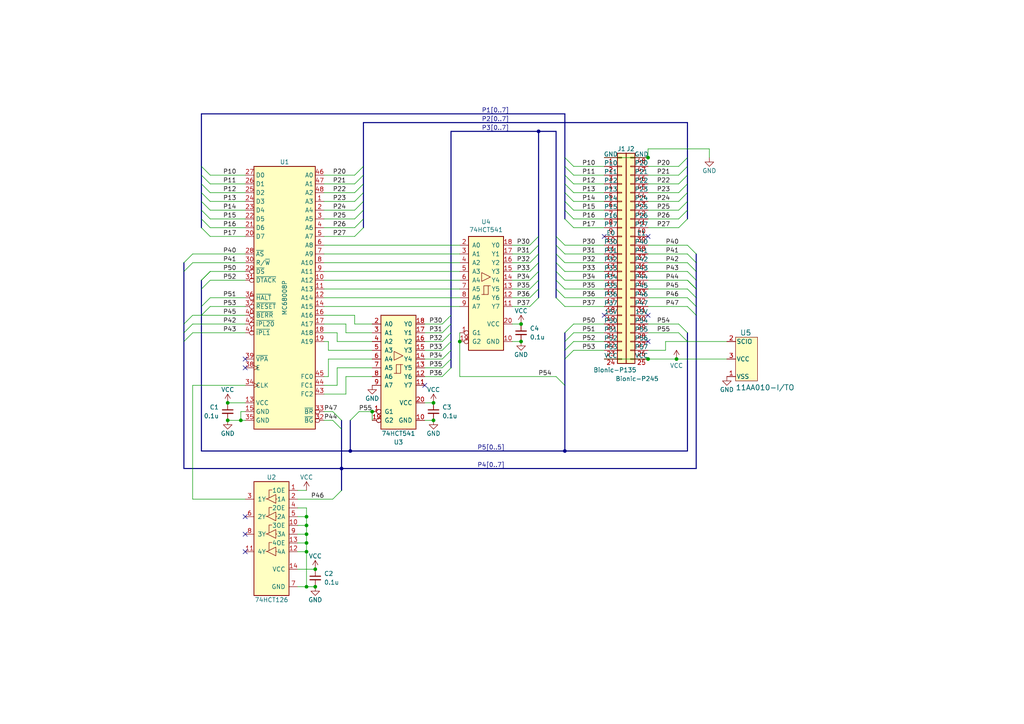
<source format=kicad_sch>
(kicad_sch (version 20230121) (generator eeschema)
  (paper "A4")
  (title_block (title "BionicMC68008") (date "2022-01-17") (rev "1") (company "Tadashi G. Takaoka"))
  (lib_symbols
    (symbol "0-LocalLibrary:11AA010-I_TO" (pin_names (offset 0.254))
      (property "Reference" "U" (at 2.54 1.27 0))
      (property "Value" "11AA010-I/TO" (at 3.81 -13.97 0))
      (symbol "11AA010-I_TO_1_1"
        (rectangle (start 0 0) (end 6.35 -12.7) (fill (type background)))
        (pin power_in line (at -2.54 -11.43 0) (length 2.54) (name "VSS") (number "1"))
        (pin bidirectional line (at -2.54 -1.27 0) (length 2.54) (name "SCIO") (number "2"))
        (pin power_in line (at -2.54 -6.35 0) (length 2.54) (name "VCC") (number "3"))
      )
    )
    (symbol "0-LocalLibrary:74HCT126" (pin_names (offset 1.016))
      (property "Reference" "U" (at 0 16.51 0))
      (property "Value" "74HCT126" (at 0 -19.05 0))
      (symbol "74HCT126_0_1"
        (polyline (pts (xy -1.2954 10.2108) (xy -1.6002 10.2108)))
        (polyline (pts (xy 1.2954 10.2362) (xy 1.651 10.2362)))
        (polyline (pts (xy 0.7112 10.5664) (xy 0.7112 12.827) (xy -0.127 12.827) (xy -0.1016 12.827)))
      )
      (symbol "74HCT126_1_0"
        (polyline (pts (xy 1.27 10.2362) (xy -1.27 11.5062) (xy -1.27 8.9662) (xy 1.27 10.2362)) (stroke (width 0.1524)))
        (pin input line (at -7.62 12.7 0) (length 2.54) (name "1OE") (number "1"))
        (pin input line (at -7.62 2.54 0) (length 2.54) (name "3OE") (number "10"))
        (pin tri_state line (at 7.62 -5.08 180) (length 2.54) (name "4Y") (number "11"))
        (pin input line (at -7.62 -5.08 0) (length 2.54) (name "4A") (number "12"))
        (pin input line (at -7.62 -2.54 0) (length 2.54) (name "4OE") (number "13"))
        (pin power_in line (at -7.62 -10.16 0) (length 2.54) (name "VCC") (number "14"))
        (pin input line (at -7.62 10.16 0) (length 2.54) (name "1A") (number "2"))
        (pin tri_state line (at 7.62 10.16 180) (length 2.54) (name "1Y") (number "3"))
        (pin input line (at -7.62 7.62 0) (length 2.54) (name "2OE") (number "4"))
        (pin input line (at -7.62 5.08 0) (length 2.54) (name "2A") (number "5"))
        (pin tri_state line (at 7.62 5.08 180) (length 2.54) (name "2Y") (number "6"))
        (pin power_in line (at -7.62 -15.24 0) (length 2.54) (name "GND") (number "7"))
        (pin tri_state line (at 7.62 0 180) (length 2.54) (name "3Y") (number "8"))
        (pin input line (at -7.62 0 0) (length 2.54) (name "3A") (number "9"))
      )
      (symbol "74HCT126_1_1"
        (rectangle (start -5.08 15.24) (end 5.08 -17.78) (stroke (width 0.254)) (fill (type background)))
        (polyline (pts (xy -1.2954 -5.0292) (xy -1.6002 -5.0292)))
        (polyline (pts (xy -1.2954 0.0508) (xy -1.6002 0.0508)))
        (polyline (pts (xy -1.2954 5.1308) (xy -1.6002 5.1308)))
        (polyline (pts (xy 1.2954 -5.0038) (xy 1.651 -5.0038)))
        (polyline (pts (xy 1.2954 0.0762) (xy 1.651 0.0762)))
        (polyline (pts (xy 1.2954 5.1562) (xy 1.651 5.1562)))
        (polyline (pts (xy 0.7112 -4.6736) (xy 0.7112 -2.413) (xy -0.127 -2.413) (xy -0.1016 -2.413)))
        (polyline (pts (xy 0.7112 0.4064) (xy 0.7112 2.667) (xy -0.127 2.667) (xy -0.1016 2.667)))
        (polyline (pts (xy 0.7112 5.4864) (xy 0.7112 7.747) (xy -0.127 7.747) (xy -0.1016 7.747)))
        (polyline (pts (xy 1.27 -5.0038) (xy -1.27 -3.7338) (xy -1.27 -6.2738) (xy 1.27 -5.0038)) (stroke (width 0.1524)))
        (polyline (pts (xy 1.27 0.0762) (xy -1.27 1.3462) (xy -1.27 -1.1938) (xy 1.27 0.0762)) (stroke (width 0.1524)))
        (polyline (pts (xy 1.27 5.1562) (xy -1.27 6.4262) (xy -1.27 3.8862) (xy 1.27 5.1562)) (stroke (width 0.1524)))
      )
    )
    (symbol "0-LocalLibrary:74HCT541" (pin_names (offset 1.016))
      (property "Reference" "U" (at -7.62 16.51 0))
      (property "Value" "74HCT541" (at -7.62 -20.32 0))
      (symbol "74HCT541_1_0"
        (polyline (pts (xy -0.635 -1.6002) (xy -0.635 0.9398) (xy 0.635 0.9398)))
        (polyline (pts (xy -1.27 -1.6002) (xy 0.635 -1.6002) (xy 0.635 0.9398) (xy 1.27 0.9398)))
        (polyline (pts (xy 1.27 3.4798) (xy -1.27 4.7498) (xy -1.27 2.2098) (xy 1.27 3.4798)) (stroke (width 0.1524)))
        (pin input inverted (at -7.62 -12.7 0) (length 2.54) (name "G1") (number "1"))
        (pin power_in line (at 7.62 -15.24 180) (length 2.54) (name "GND") (number "10"))
        (pin tri_state line (at 7.62 -5.08 180) (length 2.54) (name "Y7") (number "11"))
        (pin tri_state line (at 7.62 -2.54 180) (length 2.54) (name "Y6") (number "12"))
        (pin tri_state line (at 7.62 0 180) (length 2.54) (name "Y5") (number "13"))
        (pin tri_state line (at 7.62 2.54 180) (length 2.54) (name "Y4") (number "14"))
        (pin tri_state line (at 7.62 5.08 180) (length 2.54) (name "Y3") (number "15"))
        (pin tri_state line (at 7.62 7.62 180) (length 2.54) (name "Y2") (number "16"))
        (pin tri_state line (at 7.62 10.16 180) (length 2.54) (name "Y1") (number "17"))
        (pin tri_state line (at 7.62 12.7 180) (length 2.54) (name "Y0") (number "18"))
        (pin input inverted (at -7.62 -15.24 0) (length 2.54) (name "G2") (number "19"))
        (pin input line (at -7.62 12.7 0) (length 2.54) (name "A0") (number "2"))
        (pin power_in line (at 7.62 -10.16 180) (length 2.54) (name "VCC") (number "20"))
        (pin input line (at -7.62 10.16 0) (length 2.54) (name "A1") (number "3"))
        (pin input line (at -7.62 7.62 0) (length 2.54) (name "A2") (number "4"))
        (pin input line (at -7.62 5.08 0) (length 2.54) (name "A3") (number "5"))
        (pin input line (at -7.62 2.54 0) (length 2.54) (name "A4") (number "6"))
        (pin input line (at -7.62 0 0) (length 2.54) (name "A5") (number "7"))
        (pin input line (at -7.62 -2.54 0) (length 2.54) (name "A6") (number "8"))
        (pin input line (at -7.62 -5.08 0) (length 2.54) (name "A7") (number "9"))
      )
      (symbol "74HCT541_1_1"
        (rectangle (start -5.08 15.24) (end 5.08 -17.78) (stroke (width 0.254)) (fill (type background)))
      )
    )
    (symbol "0-LocalLibrary:Bionic-P135" (pin_names (offset 0))
      (property "Reference" "J" (at 0 30.48 0))
      (property "Value" "Bionic-P135" (at -1.27 -33.02 0))
      (symbol "Bionic-P135_1_1"
        (rectangle (start -1.27 -30.353) (end 0 -30.607) (stroke (width 0.1524)))
        (rectangle (start -1.27 -27.813) (end 0 -28.067) (stroke (width 0.1524)))
        (rectangle (start -1.27 -25.273) (end 0 -25.527) (stroke (width 0.1524)))
        (rectangle (start -1.27 -22.733) (end 0 -22.987) (stroke (width 0.1524)))
        (rectangle (start -1.27 -20.193) (end 0 -20.447) (stroke (width 0.1524)))
        (rectangle (start -1.27 -17.653) (end 0 -17.907) (stroke (width 0.1524)))
        (rectangle (start -1.27 -15.113) (end 0 -15.367) (stroke (width 0.1524)))
        (rectangle (start -1.27 -12.573) (end 0 -12.827) (stroke (width 0.1524)))
        (rectangle (start -1.27 -10.033) (end 0 -10.287) (stroke (width 0.1524)))
        (rectangle (start -1.27 -7.493) (end 0 -7.747) (stroke (width 0.1524)))
        (rectangle (start -1.27 -4.953) (end 0 -5.207) (stroke (width 0.1524)))
        (rectangle (start -1.27 -2.413) (end 0 -2.667) (stroke (width 0.1524)))
        (rectangle (start -1.27 0.127) (end 0 -0.127) (stroke (width 0.1524)))
        (rectangle (start -1.27 2.667) (end 0 2.413) (stroke (width 0.1524)))
        (rectangle (start -1.27 5.207) (end 0 4.953) (stroke (width 0.1524)))
        (rectangle (start -1.27 7.747) (end 0 7.493) (stroke (width 0.1524)))
        (rectangle (start -1.27 10.287) (end 0 10.033) (stroke (width 0.1524)))
        (rectangle (start -1.27 12.827) (end 0 12.573) (stroke (width 0.1524)))
        (rectangle (start -1.27 15.367) (end 0 15.113) (stroke (width 0.1524)))
        (rectangle (start -1.27 17.907) (end 0 17.653) (stroke (width 0.1524)))
        (rectangle (start -1.27 20.447) (end 0 20.193) (stroke (width 0.1524)))
        (rectangle (start -1.27 22.987) (end 0 22.733) (stroke (width 0.1524)))
        (rectangle (start -1.27 25.527) (end 0 25.273) (stroke (width 0.1524)))
        (rectangle (start -1.27 28.067) (end 0 27.813) (stroke (width 0.1524)))
        (rectangle (start -1.27 29.21) (end 1.27 -31.75) (stroke (width 0.254)) (fill (type background)))
        (pin power_out line (at -5.08 27.94 0) (length 3.81) (name "GND") (number "1"))
        (pin bidirectional line (at -5.08 5.08 0) (length 3.81) (name "E0") (number "10"))
        (pin bidirectional line (at -5.08 2.54 0) (length 3.81) (name "P30") (number "11"))
        (pin bidirectional line (at -5.08 0 0) (length 3.81) (name "P31") (number "12"))
        (pin bidirectional line (at -5.08 -2.54 0) (length 3.81) (name "P32") (number "13"))
        (pin bidirectional line (at -5.08 -5.08 0) (length 3.81) (name "P33") (number "14"))
        (pin bidirectional line (at -5.08 -7.62 0) (length 3.81) (name "P34") (number "15"))
        (pin bidirectional line (at -5.08 -10.16 0) (length 3.81) (name "P35") (number "16"))
        (pin bidirectional line (at -5.08 -12.7 0) (length 3.81) (name "P36") (number "17"))
        (pin bidirectional line (at -5.08 -15.24 0) (length 3.81) (name "P37") (number "18"))
        (pin power_out line (at -5.08 -17.78 0) (length 3.81) (name "15V") (number "19"))
        (pin bidirectional line (at -5.08 25.4 0) (length 3.81) (name "P10") (number "2"))
        (pin bidirectional line (at -5.08 -20.32 0) (length 3.81) (name "P50") (number "20"))
        (pin bidirectional line (at -5.08 -22.86 0) (length 3.81) (name "P51") (number "21"))
        (pin bidirectional line (at -5.08 -25.4 0) (length 3.81) (name "P52") (number "22"))
        (pin bidirectional line (at -5.08 -27.94 0) (length 3.81) (name "P53") (number "23"))
        (pin power_out line (at -5.08 -30.48 0) (length 3.81) (name "VCC") (number "24"))
        (pin bidirectional line (at -5.08 22.86 0) (length 3.81) (name "P11") (number "3"))
        (pin bidirectional line (at -5.08 20.32 0) (length 3.81) (name "P12") (number "4"))
        (pin bidirectional line (at -5.08 17.78 0) (length 3.81) (name "P13") (number "5"))
        (pin bidirectional line (at -5.08 15.24 0) (length 3.81) (name "P14") (number "6"))
        (pin bidirectional line (at -5.08 12.7 0) (length 3.81) (name "P15") (number "7"))
        (pin bidirectional line (at -5.08 10.16 0) (length 3.81) (name "P16") (number "8"))
        (pin bidirectional line (at -5.08 7.62 0) (length 3.81) (name "P17") (number "9"))
      )
    )
    (symbol "0-LocalLibrary:Bionic-P245" (pin_names (offset 0))
      (property "Reference" "J" (at -3.81 30.48 0))
      (property "Value" "Bionic-P245" (at -1.27 -33.02 0))
      (symbol "Bionic-P245_1_1"
        (rectangle (start -5.08 -31.75) (end -2.54 29.21) (stroke (width 0.254)) (fill (type background)))
        (rectangle (start -3.81 -30.607) (end -2.54 -30.353) (stroke (width 0.1524)))
        (rectangle (start -3.81 -28.067) (end -2.54 -27.813) (stroke (width 0.1524)))
        (rectangle (start -3.81 -25.527) (end -2.54 -25.273) (stroke (width 0.1524)))
        (rectangle (start -3.81 -22.987) (end -2.54 -22.733) (stroke (width 0.1524)))
        (rectangle (start -3.81 -20.447) (end -2.54 -20.193) (stroke (width 0.1524)))
        (rectangle (start -3.81 -17.907) (end -2.54 -17.653) (stroke (width 0.1524)))
        (rectangle (start -3.81 -15.367) (end -2.54 -15.113) (stroke (width 0.1524)))
        (rectangle (start -3.81 -12.827) (end -2.54 -12.573) (stroke (width 0.1524)))
        (rectangle (start -3.81 -10.287) (end -2.54 -10.033) (stroke (width 0.1524)))
        (rectangle (start -3.81 -7.747) (end -2.54 -7.493) (stroke (width 0.1524)))
        (rectangle (start -3.81 -5.207) (end -2.54 -4.953) (stroke (width 0.1524)))
        (rectangle (start -3.81 -2.667) (end -2.54 -2.413) (stroke (width 0.1524)))
        (rectangle (start -3.81 -0.127) (end -2.54 0.127) (stroke (width 0.1524)))
        (rectangle (start -3.81 2.413) (end -2.54 2.667) (stroke (width 0.1524)))
        (rectangle (start -3.81 4.953) (end -2.54 5.207) (stroke (width 0.1524)))
        (rectangle (start -3.81 7.493) (end -2.54 7.747) (stroke (width 0.1524)))
        (rectangle (start -3.81 10.033) (end -2.54 10.287) (stroke (width 0.1524)))
        (rectangle (start -3.81 12.573) (end -2.54 12.827) (stroke (width 0.1524)))
        (rectangle (start -3.81 15.113) (end -2.54 15.367) (stroke (width 0.1524)))
        (rectangle (start -3.81 17.653) (end -2.54 17.907) (stroke (width 0.1524)))
        (rectangle (start -3.81 20.193) (end -2.54 20.447) (stroke (width 0.1524)))
        (rectangle (start -3.81 22.733) (end -2.54 22.987) (stroke (width 0.1524)))
        (rectangle (start -3.81 25.273) (end -2.54 25.527) (stroke (width 0.1524)))
        (rectangle (start -3.81 27.813) (end -2.54 28.067) (stroke (width 0.1524)))
        (pin power_in line (at 1.27 -30.48 180) (length 3.81) (name "VCC") (number "25"))
        (pin bidirectional line (at 1.27 -27.94 180) (length 3.81) (name "P57") (number "26"))
        (pin bidirectional line (at 1.27 -25.4 180) (length 3.81) (name "P56") (number "27"))
        (pin bidirectional line (at 1.27 -22.86 180) (length 3.81) (name "P55") (number "28"))
        (pin bidirectional line (at 1.27 -20.32 180) (length 3.81) (name "P54") (number "29"))
        (pin power_in line (at 1.27 -17.78 180) (length 3.81) (name "15V") (number "30"))
        (pin bidirectional line (at 1.27 -15.24 180) (length 3.81) (name "P47") (number "31"))
        (pin bidirectional line (at 1.27 -12.7 180) (length 3.81) (name "P46") (number "32"))
        (pin bidirectional line (at 1.27 -10.16 180) (length 3.81) (name "P45") (number "33"))
        (pin bidirectional line (at 1.27 -7.62 180) (length 3.81) (name "P44") (number "34"))
        (pin bidirectional line (at 1.27 -5.08 180) (length 3.81) (name "P43") (number "35"))
        (pin bidirectional line (at 1.27 -2.54 180) (length 3.81) (name "P42") (number "36"))
        (pin bidirectional line (at 1.27 0 180) (length 3.81) (name "P41") (number "37"))
        (pin bidirectional line (at 1.27 2.54 180) (length 3.81) (name "P40") (number "38"))
        (pin bidirectional line (at 1.27 5.08 180) (length 3.81) (name "E1") (number "39"))
        (pin bidirectional line (at 1.27 7.62 180) (length 3.81) (name "P27") (number "40"))
        (pin bidirectional line (at 1.27 10.16 180) (length 3.81) (name "P26") (number "41"))
        (pin bidirectional line (at 1.27 12.7 180) (length 3.81) (name "P25") (number "42"))
        (pin bidirectional line (at 1.27 15.24 180) (length 3.81) (name "P24") (number "43"))
        (pin bidirectional line (at 1.27 17.78 180) (length 3.81) (name "P23") (number "44"))
        (pin bidirectional line (at 1.27 20.32 180) (length 3.81) (name "P22") (number "45"))
        (pin bidirectional line (at 1.27 22.86 180) (length 3.81) (name "P21") (number "46"))
        (pin bidirectional line (at 1.27 25.4 180) (length 3.81) (name "P20") (number "47"))
        (pin power_in line (at 1.27 27.94 180) (length 3.81) (name "GND") (number "48"))
      )
    )
    (symbol "0-LocalLibrary:MC68008P"
      (property "Reference" "U" (at -1.27 39.37 0))
      (property "Value" "MC68008P" (at 0 -2.54 90))
      (symbol "MC68008P_0_0"
        (pin output line (at 11.43 -5.08 180) (length 2.54) (name "A16") (number "16"))
        (pin output line (at 11.43 -7.62 180) (length 2.54) (name "A17") (number "17"))
        (pin output line (at 11.43 -10.16 180) (length 2.54) (name "A18") (number "18"))
        (pin output line (at 11.43 -12.7 180) (length 2.54) (name "A19") (number "19"))
        (pin input inverted (at -11.43 5.08 0) (length 2.54) (name "~{DTACK}") (number "31"))
        (pin input inverted (at -11.43 -5.08 0) (length 2.54) (name "~{BERR}") (number "40"))
        (pin output line (at 11.43 -27.94 180) (length 2.54) (name "FC2") (number "43"))
        (pin output line (at 11.43 -25.4 180) (length 2.54) (name "FC1") (number "44"))
      )
      (symbol "MC68008P_0_1"
        (rectangle (start -8.89 -38.1) (end 8.89 38.1) (stroke (width 0.254)) (fill (type background)))
      )
      (symbol "MC68008P_1_1"
        (pin output line (at 11.43 27.94 180) (length 2.54) (name "A3") (number "1"))
        (pin output line (at 11.43 5.08 180) (length 2.54) (name "A12") (number "10"))
        (pin output line (at 11.43 2.54 180) (length 2.54) (name "A13") (number "11"))
        (pin output line (at 11.43 0 180) (length 2.54) (name "A14") (number "12"))
        (pin power_in line (at -11.43 -30.48 0) (length 2.54) (name "VCC") (number "13"))
        (pin output line (at 11.43 -2.54 180) (length 2.54) (name "A15") (number "14"))
        (pin power_in line (at -11.43 -33.02 0) (length 2.54) (name "GND") (number "15"))
        (pin output line (at 11.43 25.4 180) (length 2.54) (name "A4") (number "2"))
        (pin bidirectional line (at -11.43 17.78 0) (length 2.54) (name "D7") (number "20"))
        (pin bidirectional line (at -11.43 20.32 0) (length 2.54) (name "D6") (number "21"))
        (pin bidirectional line (at -11.43 22.86 0) (length 2.54) (name "D5") (number "22"))
        (pin bidirectional line (at -11.43 25.4 0) (length 2.54) (name "D4") (number "23"))
        (pin bidirectional line (at -11.43 27.94 0) (length 2.54) (name "D3") (number "24"))
        (pin bidirectional line (at -11.43 30.48 0) (length 2.54) (name "D2") (number "25"))
        (pin bidirectional line (at -11.43 33.02 0) (length 2.54) (name "D1") (number "26"))
        (pin bidirectional line (at -11.43 35.56 0) (length 2.54) (name "D0") (number "27"))
        (pin output line (at -11.43 12.7 0) (length 2.54) (name "~{AS}") (number "28"))
        (pin output inverted (at -11.43 7.62 0) (length 2.54) (name "~{DS}") (number "29"))
        (pin output line (at 11.43 22.86 180) (length 2.54) (name "A5") (number "3"))
        (pin output line (at -11.43 10.16 0) (length 2.54) (name "R/~{W}") (number "30"))
        (pin output inverted (at 11.43 -35.56 180) (length 2.54) (name "~{BG}") (number "32"))
        (pin input inverted (at 11.43 -33.02 180) (length 2.54) (name "~{BR}") (number "33"))
        (pin input clock (at -11.43 -25.4 0) (length 2.54) (name "CLK") (number "34"))
        (pin power_in line (at -11.43 -35.56 0) (length 2.54) (name "GND") (number "35"))
        (pin bidirectional inverted (at -11.43 0 0) (length 2.54) (name "~{HALT}") (number "36"))
        (pin bidirectional inverted (at -11.43 -2.54 0) (length 2.54) (name "~{RESET}") (number "37"))
        (pin output clock (at -11.43 -20.32 0) (length 2.54) (name "E") (number "38"))
        (pin output line (at -11.43 -17.78 0) (length 2.54) (name "~{VPA}") (number "39"))
        (pin output line (at 11.43 20.32 180) (length 2.54) (name "A6") (number "4"))
        (pin input inverted (at -11.43 -10.16 0) (length 2.54) (name "~{IPL1}") (number "41"))
        (pin input inverted (at -11.43 -7.62 0) (length 2.54) (name "~{IPL20}") (number "42"))
        (pin output line (at 11.43 -22.86 180) (length 2.54) (name "FC0") (number "45"))
        (pin output line (at 11.43 35.56 180) (length 2.54) (name "A0") (number "46"))
        (pin output line (at 11.43 33.02 180) (length 2.54) (name "A1") (number "47"))
        (pin output line (at 11.43 30.48 180) (length 2.54) (name "A2") (number "48"))
        (pin output line (at 11.43 17.78 180) (length 2.54) (name "A7") (number "5"))
        (pin output line (at 11.43 15.24 180) (length 2.54) (name "A8") (number "6"))
        (pin output line (at 11.43 12.7 180) (length 2.54) (name "A9") (number "7"))
        (pin output line (at 11.43 10.16 180) (length 2.54) (name "A10") (number "8"))
        (pin output line (at 11.43 7.62 180) (length 2.54) (name "A11") (number "9"))
      )
    )
    (symbol "Device:C_Small" (pin_numbers hide) (pin_names (offset 0.254) hide)
      (property "Reference" "C" (at 0.254 1.778 0))
      (property "Value" "C_Small" (at 0.254 -2.032 0))
      (symbol "C_Small_0_1"
        (polyline (pts (xy -1.524 -0.508) (xy 1.524 -0.508)) (stroke (width 0.3302)))
        (polyline (pts (xy -1.524 0.508) (xy 1.524 0.508)) (stroke (width 0.3048)))
      )
      (symbol "C_Small_1_1"
        (pin passive line (at 0 2.54 270) (length 2.032) (name "~") (number "1"))
        (pin passive line (at 0 -2.54 90) (length 2.032) (name "~") (number "2"))
      )
    )
    (symbol "power:GND" (power) (pin_names (offset 0))
      (property "Value" "GND" (at 0 -3.81 0))
      (symbol "GND_0_1"
        (polyline (pts (xy 0 0) (xy 0 -1.27) (xy 1.27 -1.27) (xy 0 -2.54) (xy -1.27 -1.27) (xy 0 -1.27)))
      )
      (symbol "GND_1_1"
        (pin power_in line (at 0 0 270) (length 0) hide (name "GND") (number "1"))
      )
    )
    (symbol "power:VCC" (power) (pin_names (offset 0))
      (property "Value" "VCC" (at 0 3.81 0))
      (symbol "VCC_0_1"
        (polyline (pts (xy -0.762 1.27) (xy 0 2.54)))
        (polyline (pts (xy 0 0) (xy 0 2.54)))
        (polyline (pts (xy 0 2.54) (xy 0.762 1.27)))
      )
      (symbol "VCC_1_1"
        (pin power_in line (at 0 0 90) (length 0) hide (name "VCC") (number "1"))
      )
    )
  )
  (junction (at 88.9 149.86))
  (junction (at 151.13 93.98))
  (junction (at 88.9 157.48))
  (junction (at 99.06 135.89))
  (junction (at 66.04 121.92))
  (junction (at 156.21 38.1))
  (junction (at 163.83 130.81))
  (junction (at 125.73 121.92))
  (junction (at 187.96 104.14))
  (junction (at 151.13 99.06))
  (junction (at 88.9 154.94))
  (junction (at 88.9 160.02))
  (junction (at 88.9 170.18))
  (junction (at 187.96 45.72))
  (junction (at 133.35 99.06))
  (junction (at 66.04 116.84))
  (junction (at 125.73 116.84))
  (junction (at 91.44 165.1))
  (junction (at 69.85 121.92))
  (junction (at 107.95 119.38))
  (junction (at 91.44 170.18))
  (junction (at 196.215 104.14))
  (junction (at 88.9 152.4))
  (junction (at 101.6 130.81))
  (no_connect (at 187.96 68.58))
  (no_connect (at 71.12 149.86))
  (no_connect (at 175.26 91.44))
  (no_connect (at 187.96 99.06))
  (no_connect (at 187.96 91.44))
  (no_connect (at 175.26 68.58))
  (no_connect (at 71.12 160.02))
  (no_connect (at 71.12 154.94))
  (no_connect (at 123.19 111.76))
  (no_connect (at 71.12 106.68))
  (no_connect (at 71.12 104.14))
  (bus_entry (at 60.96 81.28) (size -2.54 2.54))
  (bus_entry (at 166.37 63.5) (size -2.54 -2.54))
  (bus_entry (at 130.81 104.14) (size -2.54 2.54))
  (bus_entry (at 60.96 68.58) (size -2.54 -2.54))
  (bus_entry (at 161.29 76.2) (size 2.54 2.54))
  (bus_entry (at 199.39 81.28) (size 2.54 2.54))
  (bus_entry (at 99.06 124.46) (size -2.54 -2.54))
  (bus_entry (at 166.37 66.04) (size -2.54 -2.54))
  (bus_entry (at 199.39 83.82) (size 2.54 2.54))
  (bus_entry (at 199.39 60.96) (size -2.54 2.54))
  (bus_entry (at 53.34 78.74) (size 2.54 -2.54))
  (bus_entry (at 130.81 99.06) (size -2.54 2.54))
  (bus_entry (at 199.39 76.2) (size 2.54 2.54))
  (bus_entry (at 196.85 93.98) (size 2.54 2.54))
  (bus_entry (at 60.96 58.42) (size -2.54 -2.54))
  (bus_entry (at 199.39 71.12) (size 2.54 2.54))
  (bus_entry (at 60.96 63.5) (size -2.54 -2.54))
  (bus_entry (at 161.29 71.12) (size 2.54 2.54))
  (bus_entry (at 60.96 66.04) (size -2.54 -2.54))
  (bus_entry (at 166.37 101.6) (size -2.54 2.54))
  (bus_entry (at 60.96 78.74) (size -2.54 2.54))
  (bus_entry (at 199.39 48.26) (size -2.54 2.54))
  (bus_entry (at 130.81 93.98) (size -2.54 2.54))
  (bus_entry (at 161.29 86.36) (size 2.54 2.54))
  (bus_entry (at 53.34 96.52) (size 2.54 -2.54))
  (bus_entry (at 199.39 53.34) (size -2.54 2.54))
  (bus_entry (at 161.29 73.66) (size 2.54 2.54))
  (bus_entry (at 99.06 142.24) (size -2.54 2.54))
  (bus_entry (at 166.37 93.98) (size -2.54 2.54))
  (bus_entry (at 199.39 78.74) (size 2.54 2.54))
  (bus_entry (at 161.29 81.28) (size 2.54 2.54))
  (bus_entry (at 53.34 99.06) (size 2.54 -2.54))
  (bus_entry (at 199.39 73.66) (size 2.54 2.54))
  (bus_entry (at 161.29 83.82) (size 2.54 2.54))
  (bus_entry (at 199.39 81.28) (size 2.54 2.54))
  (bus_entry (at 196.85 96.52) (size 2.54 2.54))
  (bus_entry (at 161.29 78.74) (size 2.54 2.54))
  (bus_entry (at 156.21 68.58) (size -2.54 2.54))
  (bus_entry (at 156.21 78.74) (size -2.54 2.54))
  (bus_entry (at 130.81 91.44) (size -2.54 2.54))
  (bus_entry (at 166.37 50.8) (size -2.54 -2.54))
  (bus_entry (at 166.37 53.34) (size -2.54 -2.54))
  (bus_entry (at 105.41 50.8) (size -2.54 2.54))
  (bus_entry (at 156.21 71.12) (size -2.54 2.54))
  (bus_entry (at 199.39 58.42) (size -2.54 2.54))
  (bus_entry (at 166.37 58.42) (size -2.54 -2.54))
  (bus_entry (at 105.41 66.04) (size -2.54 2.54))
  (bus_entry (at 105.41 60.96) (size -2.54 2.54))
  (bus_entry (at 60.96 88.9) (size -2.54 2.54))
  (bus_entry (at 199.39 63.5) (size -2.54 2.54))
  (bus_entry (at 166.37 60.96) (size -2.54 -2.54))
  (bus_entry (at 199.39 86.36) (size 2.54 2.54))
  (bus_entry (at 99.06 121.92) (size -2.54 -2.54))
  (bus_entry (at 156.21 83.82) (size -2.54 2.54))
  (bus_entry (at 166.37 99.06) (size -2.54 2.54))
  (bus_entry (at 199.39 50.8) (size -2.54 2.54))
  (bus_entry (at 55.88 91.44) (size -2.54 2.54))
  (bus_entry (at 199.39 45.72) (size -2.54 2.54))
  (bus_entry (at 60.96 78.74) (size -2.54 2.54))
  (bus_entry (at 60.96 60.96) (size -2.54 -2.54))
  (bus_entry (at 130.81 96.52) (size -2.54 2.54))
  (bus_entry (at 105.41 53.34) (size -2.54 2.54))
  (bus_entry (at 199.39 88.9) (size 2.54 2.54))
  (bus_entry (at 156.21 86.36) (size -2.54 2.54))
  (bus_entry (at 156.21 76.2) (size -2.54 2.54))
  (bus_entry (at 105.41 63.5) (size -2.54 2.54))
  (bus_entry (at 130.81 106.68) (size -2.54 2.54))
  (bus_entry (at 156.21 81.28) (size -2.54 2.54))
  (bus_entry (at 130.81 101.6) (size -2.54 2.54))
  (bus_entry (at 199.39 55.88) (size -2.54 2.54))
  (bus_entry (at 163.83 71.12) (size -2.54 -2.54))
  (bus_entry (at 166.37 96.52) (size -2.54 2.54))
  (bus_entry (at 60.96 55.88) (size -2.54 -2.54))
  (bus_entry (at 105.41 55.88) (size -2.54 2.54))
  (bus_entry (at 166.37 55.88) (size -2.54 -2.54))
  (bus_entry (at 101.6 121.92) (size 2.54 -2.54))
  (bus_entry (at 53.34 76.2) (size 2.54 -2.54))
  (bus_entry (at 156.21 73.66) (size -2.54 2.54))
  (bus_entry (at 60.96 53.34) (size -2.54 -2.54))
  (bus_entry (at 60.96 50.8) (size -2.54 -2.54))
  (bus_entry (at 166.37 48.26) (size -2.54 -2.54))
  (bus_entry (at 105.41 58.42) (size -2.54 2.54))
  (bus_entry (at 161.29 109.22) (size 2.54 2.54))
  (bus_entry (at 105.41 48.26) (size -2.54 2.54))
  (bus_entry (at 60.96 86.36) (size -2.54 2.54))
  (bus (pts (xy 156.21 38.1) (xy 156.21 68.58)))
  (bus (pts (xy 130.81 101.6) (xy 130.81 104.14)))
  (bus (pts (xy 161.29 78.74) (xy 161.29 81.28)))
  (wire (pts (xy 187.96 96.52) (xy 196.85 96.52)))
  (bus (pts (xy 58.42 81.28) (xy 58.42 83.82)))
  (bus (pts (xy 163.83 55.88) (xy 163.83 58.42)))
  (bus (pts (xy 163.83 96.52) (xy 163.83 99.06)))
  (wire (pts (xy 88.9 147.32) (xy 86.36 147.32)))
  (bus (pts (xy 130.81 93.98) (xy 130.81 96.52)))
  (wire (pts (xy 95.25 101.6) (xy 107.95 101.6)))
  (bus (pts (xy 163.83 33.02) (xy 163.83 45.72)))
  (wire (pts (xy 66.04 121.92) (xy 69.85 121.92)))
  (wire (pts (xy 175.26 93.98) (xy 166.37 93.98)))
  (wire (pts (xy 100.33 114.3) (xy 100.33 109.22)))
  (bus (pts (xy 163.83 104.14) (xy 163.83 111.76)))
  (wire (pts (xy 93.98 114.3) (xy 100.33 114.3)))
  (wire (pts (xy 148.59 88.9) (xy 153.67 88.9)))
  (wire (pts (xy 93.98 63.5) (xy 102.87 63.5)))
  (bus (pts (xy 156.21 83.82) (xy 156.21 86.36)))
  (bus (pts (xy 53.34 78.74) (xy 53.34 93.98)))
  (bus (pts (xy 161.29 68.58) (xy 161.29 71.12)))
  (wire (pts (xy 175.26 76.2) (xy 163.83 76.2)))
  (bus (pts (xy 199.39 35.56) (xy 199.39 45.72)))
  (wire (pts (xy 123.19 101.6) (xy 128.27 101.6)))
  (wire (pts (xy 125.73 116.84) (xy 123.19 116.84)))
  (bus (pts (xy 163.83 130.81) (xy 199.39 130.81)))
  (bus (pts (xy 199.39 45.72) (xy 199.39 48.26)))
  (wire (pts (xy 102.87 93.98) (xy 107.95 93.98)))
  (wire (pts (xy 187.96 50.8) (xy 196.85 50.8)))
  (wire (pts (xy 58.42 91.44) (xy 71.12 91.44)))
  (bus (pts (xy 201.93 73.66) (xy 201.93 76.2)))
  (wire (pts (xy 95.25 99.06) (xy 95.25 101.6)))
  (wire (pts (xy 175.26 73.66) (xy 163.83 73.66)))
  (wire (pts (xy 163.83 86.36) (xy 175.26 86.36)))
  (wire (pts (xy 97.79 111.76) (xy 97.79 106.68)))
  (wire (pts (xy 60.96 78.74) (xy 71.12 78.74)))
  (bus (pts (xy 161.29 71.12) (xy 161.29 73.66)))
  (bus (pts (xy 101.6 130.81) (xy 163.83 130.81)))
  (wire (pts (xy 71.12 55.88) (xy 60.96 55.88)))
  (bus (pts (xy 130.81 38.1) (xy 156.21 38.1)))
  (wire (pts (xy 151.13 93.98) (xy 148.59 93.98)))
  (wire (pts (xy 93.98 121.92) (xy 96.52 121.92)))
  (wire (pts (xy 148.59 83.82) (xy 153.67 83.82)))
  (bus (pts (xy 99.06 135.89) (xy 53.34 135.89)))
  (wire (pts (xy 88.9 160.02) (xy 86.36 160.02)))
  (bus (pts (xy 58.42 53.34) (xy 58.42 55.88)))
  (wire (pts (xy 100.33 93.98) (xy 100.33 96.52)))
  (bus (pts (xy 161.29 38.1) (xy 161.29 68.58)))
  (wire (pts (xy 71.12 68.58) (xy 60.96 68.58)))
  (wire (pts (xy 93.98 50.8) (xy 102.87 50.8)))
  (wire (pts (xy 148.59 76.2) (xy 153.67 76.2)))
  (bus (pts (xy 163.83 99.06) (xy 163.83 101.6)))
  (wire (pts (xy 104.14 119.38) (xy 107.95 119.38)))
  (wire (pts (xy 175.26 81.28) (xy 163.83 81.28)))
  (wire (pts (xy 88.9 157.48) (xy 88.9 160.02)))
  (bus (pts (xy 58.42 88.9) (xy 58.42 91.44)))
  (wire (pts (xy 148.59 99.06) (xy 151.13 99.06)))
  (wire (pts (xy 71.12 144.78) (xy 55.88 144.78)))
  (bus (pts (xy 105.41 55.88) (xy 105.41 58.42)))
  (wire (pts (xy 97.79 96.52) (xy 97.79 99.06)))
  (wire (pts (xy 93.98 119.38) (xy 96.52 119.38)))
  (wire (pts (xy 175.26 104.14) (xy 187.96 104.14)))
  (bus (pts (xy 105.41 35.56) (xy 105.41 48.26)))
  (wire (pts (xy 133.35 96.52) (xy 133.35 99.06)))
  (wire (pts (xy 55.88 73.66) (xy 71.12 73.66)))
  (bus (pts (xy 201.93 86.36) (xy 201.93 88.9)))
  (wire (pts (xy 175.26 78.74) (xy 163.83 78.74)))
  (bus (pts (xy 199.39 60.96) (xy 199.39 63.5)))
  (wire (pts (xy 88.9 149.86) (xy 88.9 147.32)))
  (wire (pts (xy 71.12 50.8) (xy 60.96 50.8)))
  (wire (pts (xy 187.96 58.42) (xy 196.85 58.42)))
  (wire (pts (xy 187.96 101.6) (xy 193.04 101.6)))
  (bus (pts (xy 58.42 91.44) (xy 58.42 130.81)))
  (wire (pts (xy 93.98 93.98) (xy 100.33 93.98)))
  (bus (pts (xy 105.41 60.96) (xy 105.41 63.5)))
  (wire (pts (xy 100.33 96.52) (xy 107.95 96.52)))
  (wire (pts (xy 175.26 66.04) (xy 166.37 66.04)))
  (wire (pts (xy 55.88 111.76) (xy 71.12 111.76)))
  (bus (pts (xy 130.81 91.44) (xy 130.81 93.98)))
  (bus (pts (xy 58.42 48.26) (xy 58.42 50.8)))
  (bus (pts (xy 163.83 101.6) (xy 163.83 104.14)))
  (bus (pts (xy 201.93 135.89) (xy 99.06 135.89)))
  (bus (pts (xy 161.29 73.66) (xy 161.29 76.2)))
  (wire (pts (xy 107.95 119.38) (xy 107.95 121.92)))
  (wire (pts (xy 88.9 152.4) (xy 88.9 154.94)))
  (wire (pts (xy 93.98 83.82) (xy 133.35 83.82)))
  (wire (pts (xy 123.19 121.92) (xy 125.73 121.92)))
  (wire (pts (xy 175.26 96.52) (xy 166.37 96.52)))
  (bus (pts (xy 161.29 81.28) (xy 161.29 83.82)))
  (wire (pts (xy 187.96 83.82) (xy 199.39 83.82)))
  (bus (pts (xy 156.21 71.12) (xy 156.21 73.66)))
  (bus (pts (xy 58.42 58.42) (xy 58.42 60.96)))
  (bus (pts (xy 130.81 96.52) (xy 130.81 99.06)))
  (wire (pts (xy 187.96 76.2) (xy 199.39 76.2)))
  (bus (pts (xy 58.42 83.82) (xy 58.42 88.9)))
  (bus (pts (xy 201.93 83.82) (xy 201.93 86.36)))
  (bus (pts (xy 163.83 111.76) (xy 163.83 130.81)))
  (bus (pts (xy 99.06 135.89) (xy 99.06 142.24)))
  (wire (pts (xy 187.96 73.66) (xy 199.39 73.66)))
  (bus (pts (xy 163.83 58.42) (xy 163.83 60.96)))
  (bus (pts (xy 156.21 76.2) (xy 156.21 78.74)))
  (wire (pts (xy 102.87 91.44) (xy 102.87 93.98)))
  (wire (pts (xy 148.59 86.36) (xy 153.67 86.36)))
  (wire (pts (xy 133.35 99.06) (xy 133.35 109.22)))
  (bus (pts (xy 201.93 81.28) (xy 201.93 83.82)))
  (wire (pts (xy 93.98 60.96) (xy 102.87 60.96)))
  (bus (pts (xy 156.21 68.58) (xy 156.21 71.12)))
  (bus (pts (xy 156.21 78.74) (xy 156.21 81.28)))
  (bus (pts (xy 201.93 78.74) (xy 201.93 81.28)))
  (wire (pts (xy 93.98 86.36) (xy 133.35 86.36)))
  (bus (pts (xy 161.29 76.2) (xy 161.29 78.74)))
  (wire (pts (xy 93.98 99.06) (xy 95.25 99.06)))
  (bus (pts (xy 156.21 38.1) (xy 161.29 38.1)))
  (wire (pts (xy 175.26 48.26) (xy 166.37 48.26)))
  (wire (pts (xy 93.98 91.44) (xy 102.87 91.44)))
  (wire (pts (xy 187.96 43.18) (xy 187.96 45.72)))
  (bus (pts (xy 58.42 33.02) (xy 163.83 33.02)))
  (bus (pts (xy 53.34 93.98) (xy 53.34 96.52)))
  (wire (pts (xy 175.26 50.8) (xy 166.37 50.8)))
  (bus (pts (xy 53.34 76.2) (xy 53.34 78.74)))
  (wire (pts (xy 93.98 73.66) (xy 133.35 73.66)))
  (wire (pts (xy 93.98 109.22) (xy 95.25 109.22)))
  (wire (pts (xy 100.33 109.22) (xy 107.95 109.22)))
  (wire (pts (xy 175.26 63.5) (xy 166.37 63.5)))
  (wire (pts (xy 187.96 71.12) (xy 199.39 71.12)))
  (bus (pts (xy 105.41 48.26) (xy 105.41 50.8)))
  (bus (pts (xy 201.93 88.9) (xy 201.93 91.44)))
  (bus (pts (xy 201.93 91.44) (xy 201.93 135.89)))
  (bus (pts (xy 99.06 124.46) (xy 99.06 135.89)))
  (wire (pts (xy 148.59 81.28) (xy 153.67 81.28)))
  (wire (pts (xy 175.26 45.72) (xy 187.96 45.72)))
  (bus (pts (xy 58.42 60.96) (xy 58.42 63.5)))
  (bus (pts (xy 53.34 96.52) (xy 53.34 99.06)))
  (wire (pts (xy 193.04 101.6) (xy 193.04 99.06)))
  (wire (pts (xy 86.36 149.86) (xy 88.9 149.86)))
  (bus (pts (xy 163.83 45.72) (xy 163.83 48.26)))
  (wire (pts (xy 123.19 106.68) (xy 128.27 106.68)))
  (wire (pts (xy 175.26 71.12) (xy 163.83 71.12)))
  (wire (pts (xy 71.12 63.5) (xy 60.96 63.5)))
  (wire (pts (xy 93.98 88.9) (xy 133.35 88.9)))
  (wire (pts (xy 175.26 55.88) (xy 166.37 55.88)))
  (wire (pts (xy 193.04 99.06) (xy 199.39 99.06)))
  (wire (pts (xy 69.85 121.92) (xy 71.12 121.92)))
  (wire (pts (xy 95.25 109.22) (xy 95.25 104.14)))
  (wire (pts (xy 86.36 170.18) (xy 88.9 170.18)))
  (wire (pts (xy 55.88 96.52) (xy 71.12 96.52)))
  (bus (pts (xy 105.41 63.5) (xy 105.41 66.04)))
  (bus (pts (xy 199.39 48.26) (xy 199.39 50.8)))
  (bus (pts (xy 58.42 63.5) (xy 58.42 66.04)))
  (wire (pts (xy 187.96 88.9) (xy 199.39 88.9)))
  (wire (pts (xy 148.59 78.74) (xy 153.67 78.74)))
  (wire (pts (xy 69.85 119.38) (xy 69.85 121.92)))
  (wire (pts (xy 187.96 60.96) (xy 196.85 60.96)))
  (wire (pts (xy 205.74 43.18) (xy 205.74 45.72)))
  (wire (pts (xy 86.36 144.78) (xy 96.52 144.78)))
  (wire (pts (xy 196.215 104.14) (xy 210.82 104.14)))
  (wire (pts (xy 187.96 43.18) (xy 205.74 43.18)))
  (bus (pts (xy 156.21 81.28) (xy 156.21 83.82)))
  (bus (pts (xy 58.42 33.02) (xy 58.42 48.26)))
  (bus (pts (xy 101.6 121.92) (xy 101.6 130.81)))
  (wire (pts (xy 86.36 157.48) (xy 88.9 157.48)))
  (bus (pts (xy 163.83 50.8) (xy 163.83 53.34)))
  (bus (pts (xy 201.93 76.2) (xy 201.93 78.74)))
  (wire (pts (xy 91.44 165.1) (xy 86.36 165.1)))
  (wire (pts (xy 199.39 99.06) (xy 210.82 99.06)))
  (wire (pts (xy 93.98 58.42) (xy 102.87 58.42)))
  (wire (pts (xy 123.19 104.14) (xy 128.27 104.14)))
  (bus (pts (xy 130.81 104.14) (xy 130.81 106.68)))
  (bus (pts (xy 199.39 53.34) (xy 199.39 55.88)))
  (wire (pts (xy 187.96 86.36) (xy 199.39 86.36)))
  (bus (pts (xy 161.29 83.82) (xy 161.29 86.36)))
  (wire (pts (xy 88.9 154.94) (xy 88.9 157.48)))
  (wire (pts (xy 187.96 78.74) (xy 199.39 78.74)))
  (wire (pts (xy 55.88 144.78) (xy 55.88 111.76)))
  (wire (pts (xy 93.98 111.76) (xy 97.79 111.76)))
  (wire (pts (xy 55.88 93.98) (xy 71.12 93.98)))
  (bus (pts (xy 105.41 53.34) (xy 105.41 55.88)))
  (bus (pts (xy 58.42 50.8) (xy 58.42 53.34)))
  (wire (pts (xy 55.88 91.44) (xy 58.42 91.44)))
  (wire (pts (xy 187.96 63.5) (xy 196.85 63.5)))
  (wire (pts (xy 86.36 142.24) (xy 88.9 142.24)))
  (wire (pts (xy 93.98 66.04) (xy 102.87 66.04)))
  (wire (pts (xy 86.36 154.94) (xy 88.9 154.94)))
  (wire (pts (xy 93.98 96.52) (xy 97.79 96.52)))
  (wire (pts (xy 88.9 152.4) (xy 88.9 149.86)))
  (wire (pts (xy 71.12 88.9) (xy 60.96 88.9)))
  (wire (pts (xy 148.59 71.12) (xy 153.67 71.12)))
  (wire (pts (xy 97.79 99.06) (xy 107.95 99.06)))
  (wire (pts (xy 123.19 99.06) (xy 128.27 99.06)))
  (bus (pts (xy 199.39 55.88) (xy 199.39 58.42)))
  (wire (pts (xy 71.12 60.96) (xy 60.96 60.96)))
  (wire (pts (xy 187.96 55.88) (xy 196.85 55.88)))
  (wire (pts (xy 86.36 152.4) (xy 88.9 152.4)))
  (wire (pts (xy 71.12 53.34) (xy 60.96 53.34)))
  (wire (pts (xy 163.83 88.9) (xy 175.26 88.9)))
  (bus (pts (xy 130.81 99.06) (xy 130.81 101.6)))
  (bus (pts (xy 105.41 58.42) (xy 105.41 60.96)))
  (wire (pts (xy 71.12 66.04) (xy 60.96 66.04)))
  (wire (pts (xy 187.96 53.34) (xy 196.85 53.34)))
  (bus (pts (xy 199.39 58.42) (xy 199.39 60.96)))
  (wire (pts (xy 93.98 81.28) (xy 133.35 81.28)))
  (wire (pts (xy 93.98 53.34) (xy 102.87 53.34)))
  (bus (pts (xy 105.41 50.8) (xy 105.41 53.34)))
  (bus (pts (xy 163.83 48.26) (xy 163.83 50.8)))
  (wire (pts (xy 71.12 119.38) (xy 69.85 119.38)))
  (wire (pts (xy 148.59 73.66) (xy 153.67 73.66)))
  (wire (pts (xy 187.96 104.14) (xy 196.215 104.14)))
  (wire (pts (xy 187.96 66.04) (xy 196.85 66.04)))
  (wire (pts (xy 93.98 76.2) (xy 133.35 76.2)))
  (wire (pts (xy 66.04 116.84) (xy 71.12 116.84)))
  (wire (pts (xy 55.88 76.2) (xy 71.12 76.2)))
  (bus (pts (xy 105.41 35.56) (xy 199.39 35.56)))
  (bus (pts (xy 58.42 130.81) (xy 101.6 130.81)))
  (wire (pts (xy 71.12 81.28) (xy 60.96 81.28)))
  (bus (pts (xy 99.06 121.92) (xy 99.06 124.46)))
  (wire (pts (xy 187.96 48.26) (xy 196.85 48.26)))
  (bus (pts (xy 163.83 60.96) (xy 163.83 63.5)))
  (wire (pts (xy 175.26 58.42) (xy 166.37 58.42)))
  (wire (pts (xy 88.9 170.18) (xy 91.44 170.18)))
  (wire (pts (xy 93.98 55.88) (xy 102.87 55.88)))
  (bus (pts (xy 199.39 99.06) (xy 199.39 130.81)))
  (wire (pts (xy 175.26 101.6) (xy 166.37 101.6)))
  (wire (pts (xy 60.96 86.36) (xy 71.12 86.36)))
  (wire (pts (xy 175.26 83.82) (xy 163.83 83.82)))
  (wire (pts (xy 88.9 160.02) (xy 88.9 170.18)))
  (wire (pts (xy 175.26 99.06) (xy 166.37 99.06)))
  (wire (pts (xy 133.35 109.22) (xy 161.29 109.22)))
  (wire (pts (xy 123.19 93.98) (xy 128.27 93.98)))
  (bus (pts (xy 156.21 73.66) (xy 156.21 76.2)))
  (bus (pts (xy 163.83 53.34) (xy 163.83 55.88)))
  (wire (pts (xy 187.96 81.28) (xy 199.39 81.28)))
  (bus (pts (xy 199.39 50.8) (xy 199.39 53.34)))
  (wire (pts (xy 93.98 78.74) (xy 133.35 78.74)))
  (bus (pts (xy 53.34 99.06) (xy 53.34 135.89)))
  (wire (pts (xy 95.25 104.14) (xy 107.95 104.14)))
  (wire (pts (xy 97.79 106.68) (xy 107.95 106.68)))
  (bus (pts (xy 199.39 96.52) (xy 199.39 99.06)))
  (wire (pts (xy 123.19 109.22) (xy 128.27 109.22)))
  (wire (pts (xy 93.98 71.12) (xy 133.35 71.12)))
  (bus (pts (xy 58.42 55.88) (xy 58.42 58.42)))
  (wire (pts (xy 175.26 60.96) (xy 166.37 60.96)))
  (wire (pts (xy 175.26 53.34) (xy 166.37 53.34)))
  (wire (pts (xy 93.98 68.58) (xy 102.87 68.58)))
  (bus (pts (xy 130.81 38.1) (xy 130.81 91.44)))
  (wire (pts (xy 71.12 58.42) (xy 60.96 58.42)))
  (wire (pts (xy 196.85 93.98) (xy 187.96 93.98)))
  (wire (pts (xy 123.19 96.52) (xy 128.27 96.52)))
  (label "P44" (at 93.98 121.92 0))
  (label "P30" (at 124.46 93.98 0))
  (label "P10" (at 172.72 48.26 180))
  (label "P11" (at 68.58 53.34 180))
  (label "P40" (at 193.04 71.12 0))
  (label "P30" (at 172.72 71.12 180))
  (label "P47" (at 193.04 88.9 0))
  (label "P11" (at 172.72 50.8 180))
  (label "P54" (at 190.5 93.98 0))
  (label "P37" (at 172.72 88.9 180))
  (label "P53" (at 68.58 88.9 180))
  (label "P31" (at 172.72 73.66 180))
  (label "P41" (at 68.58 76.2 180))
  (label "P21" (at 96.52 53.34 0))
  (label "P55" (at 107.95 119.38 180))
  (label "P47" (at 93.98 119.38 0))
  (label "P12" (at 172.72 53.34 180))
  (label "P45" (at 68.58 91.44 180))
  (label "P55" (at 190.5 96.52 0))
  (label "P27" (at 96.52 68.58 0))
  (label "P52" (at 172.72 99.06 180))
  (label "P22" (at 96.52 55.88 0))
  (label "P14" (at 172.72 58.42 180))
  (label "P45" (at 193.04 83.82 0))
  (label "P35" (at 124.46 106.68 0))
  (label "P17" (at 172.72 66.04 180))
  (label "P36" (at 172.72 86.36 180))
  (label "P43" (at 193.04 78.74 0))
  (label "P24" (at 190.5 58.42 0))
  (label "P22" (at 190.5 53.34 0))
  (label "P32" (at 149.86 76.2 0))
  (label "P33" (at 149.86 78.74 0))
  (label "P17" (at 68.58 68.58 180))
  (label "P20" (at 96.52 50.8 0))
  (label "P16" (at 68.58 66.04 180))
  (label "P20" (at 190.5 48.26 0))
  (label "P32" (at 172.72 76.2 180))
  (label "P46" (at 193.04 86.36 0))
  (label "P53" (at 172.72 101.6 180))
  (label "P35" (at 172.72 83.82 180))
  (label "P37" (at 149.86 88.9 0))
  (label "P50" (at 172.72 93.98 180))
  (label "P33" (at 172.72 78.74 180))
  (label "P40" (at 68.58 73.66 180))
  (label "P34" (at 172.72 81.28 180))
  (label "P42" (at 68.58 93.98 180))
  (label "P25" (at 190.5 60.96 0))
  (label "P31" (at 124.46 96.52 0))
  (label "P21" (at 190.5 50.8 0))
  (label "P33" (at 124.46 101.6 0))
  (label "P36" (at 124.46 109.22 0))
  (label "P1[0..7]" (at 139.7 33.02 0))
  (label "P54" (at 160.02 109.22 180))
  (label "P36" (at 149.86 86.36 0))
  (label "P51" (at 172.72 96.52 180))
  (label "P27" (at 190.5 66.04 0))
  (label "P34" (at 124.46 104.14 0))
  (label "P14" (at 68.58 60.96 180))
  (label "P26" (at 190.5 63.5 0))
  (label "P46" (at 90.17 144.78 0))
  (label "P52" (at 68.58 81.28 180))
  (label "P26" (at 96.52 66.04 0))
  (label "P50" (at 68.58 78.74 180))
  (label "P4[0..7]" (at 138.43 135.89 0))
  (label "P42" (at 193.04 76.2 0))
  (label "P32" (at 124.46 99.06 0))
  (label "P3[0..7]" (at 139.7 38.1 0))
  (label "P35" (at 149.86 83.82 0))
  (label "P13" (at 68.58 58.42 180))
  (label "P23" (at 190.5 55.88 0))
  (label "P16" (at 172.72 63.5 180))
  (label "P25" (at 96.52 63.5 0))
  (label "P44" (at 193.04 81.28 0))
  (label "P41" (at 193.04 73.66 0))
  (label "P24" (at 96.52 60.96 0))
  (label "P30" (at 149.86 71.12 0))
  (label "P31" (at 149.86 73.66 0))
  (label "P5[0..5]" (at 138.43 130.81 0))
  (label "P43" (at 68.58 96.52 180))
  (label "P2[0..7]" (at 139.7 35.56 0))
  (label "P34" (at 149.86 81.28 0))
  (label "P51" (at 68.58 86.36 180))
  (label "P15" (at 172.72 60.96 180))
  (label "P15" (at 68.58 63.5 180))
  (label "P23" (at 96.52 58.42 0))
  (label "P13" (at 172.72 55.88 180))
  (label "P10" (at 68.58 50.8 180))
  (label "P12" (at 68.58 55.88 180))
  (symbol (lib_id "Device:C_Small") (at 66.04 119.38 0) (mirror y) (unit 1)
    (property "Reference" "C1" (at 63.5 118.11 0) (effects (justify left)))
    (property "Value" "0.1u" (at 63.5 120.65 0) (effects (justify left)))
    (property "Footprint" "Capacitor_THT:C_Disc_D3.4mm_W2.1mm_P2.50mm" (effects hide))
  )
  (symbol (lib_id "0-LocalLibrary:74HCT126") (at 78.74 154.94 0) (mirror y) (unit 1)
    (property "Reference" "U2" (at 78.74 138.43 0))
    (property "Value" "74HCT126" (at 78.74 173.99 0))
    (property "Footprint" "Package_DIP:DIP-14_W7.62mm" (effects hide))
    (property "Datasheet" "https://www.ti.com/lit/ds/symlink/cd74hct126.pdf" (effects hide))
  )
  (symbol (lib_id "Device:C_Small") (at 91.44 167.64 0) (unit 1)
    (property "Reference" "C2" (at 93.98 166.37 0) (effects (justify left)))
    (property "Value" "0.1u" (at 93.98 168.91 0) (effects (justify left)))
    (property "Footprint" "Capacitor_THT:C_Disc_D3.4mm_W2.1mm_P2.50mm" (effects hide))
  )
  (symbol (lib_id "0-LocalLibrary:74HCT541") (at 115.57 106.68 0) (unit 1)
    (property "Reference" "U3" (at 115.57 128.27 0))
    (property "Value" "74HCT541" (at 115.57 125.73 0))
    (property "Footprint" "Package_DIP:DIP-20_W7.62mm" (effects hide))
    (property "Datasheet" "http://www.ti.com/lit/gpn/sn74HCT541" (effects hide))
  )
  (symbol (lib_id "0-LocalLibrary:74HCT541") (at 140.97 83.82 0) (unit 1)
    (property "Reference" "U4" (at 140.97 64.3382 0))
    (property "Value" "74HCT541" (at 140.97 66.6496 0))
    (property "Footprint" "Package_DIP:DIP-20_W7.62mm" (effects hide))
    (property "Datasheet" "http://www.ti.com/lit/gpn/sn74HCT541" (effects hide))
  )
  (symbol (lib_id "Device:C_Small") (at 125.73 119.38 0) (unit 1)
    (property "Reference" "C3" (at 128.27 118.11 0) (effects (justify left)))
    (property "Value" "0.1u" (at 128.27 120.65 0) (effects (justify left)))
    (property "Footprint" "Capacitor_THT:C_Disc_D3.4mm_W2.1mm_P2.50mm" (effects hide))
  )
  (symbol (lib_id "Device:C_Small") (at 151.13 96.52 0) (unit 1)
    (property "Reference" "C4" (at 153.67 95.25 0) (effects (justify left)))
    (property "Value" "0.1u" (at 153.67 97.79 0) (effects (justify left)))
    (property "Footprint" "Capacitor_THT:C_Disc_D3.4mm_W2.1mm_P2.50mm" (effects hide))
  )
  (symbol (lib_id "0-LocalLibrary:MC68008P") (at 82.55 86.36 0) (unit 1)
    (property "Reference" "U1" (at 82.55 46.99 0))
    (property "Value" "MC68008P" (at 82.55 86.36 90))
    (property "Footprint" "Package_DIP:DIP-48_W15.24mm" (effects hide))
    (property "Datasheet" "https://pdf1.alldatasheet.com/datasheet-pdf/view/4141/MOTOROLA/MC68008.html" (effects hide))
  )
  (symbol (lib_id "power:GND") (at 125.73 121.92 0) (unit 1)
    (property "Reference" "#PWR03" (effects hide))
    (property "Value" "GND" (at 125.73 125.73 0))
  )
  (symbol (lib_id "power:GND") (at 66.04 121.92 0) (unit 1)
    (property "Reference" "#PWR05" (effects hide))
    (property "Value" "GND" (at 66.04 125.73 0))
  )
  (symbol (lib_id "power:GND") (at 91.44 170.18 0) (unit 1)
    (property "Reference" "#PWR04" (effects hide))
    (property "Value" "GND" (at 91.44 173.99 0))
  )
  (symbol (lib_id "0-LocalLibrary:Bionic-P135") (at 180.34 73.66 0) (unit 1)
    (property "Reference" "J1" (at 179.07 43.18 0) (effects (justify left)))
    (property "Value" "Bionic-P135" (at 172.085 107.315 0) (effects (justify left)))
    (property "Footprint" "connector:Bionic-P135_Vertical" (effects hide))
  )
  (symbol (lib_id "power:VCC") (at 125.73 116.84 0) (unit 1)
    (property "Reference" "#PWR09" (effects hide))
    (property "Value" "VCC" (at 125.73 113.03 0))
  )
  (symbol (lib_id "power:VCC") (at 66.04 116.84 0) (unit 1)
    (property "Reference" "#PWR012" (effects hide))
    (property "Value" "VCC" (at 66.04 113.03 0))
  )
  (symbol (lib_id "power:VCC") (at 151.13 93.98 0) (unit 1)
    (property "Reference" "#PWR08" (effects hide))
    (property "Value" "VCC" (at 151.13 90.17 0))
  )
  (symbol (lib_id "power:GND") (at 205.74 45.72 0) (unit 1)
    (property "Reference" "#PWR06" (effects hide))
    (property "Value" "GND" (at 205.74 49.53 0))
  )
  (symbol (lib_id "0-LocalLibrary:11AA010-I_TO") (at 213.36 97.79 0) (unit 1)
    (property "Reference" "U5" (at 214.63 96.52 0) (effects (font (size 1.524 1.524)) (justify left)))
    (property "Value" "11AA010-I/TO" (at 213.36 112.395 0) (effects (font (size 1.524 1.524)) (justify left)))
    (property "Footprint" "TO-92_MC_MCH" (effects hide))
    (property "Datasheet" "11AA010-I/TO" (effects hide))
  )
  (symbol (lib_id "power:GND") (at 151.13 99.06 0) (unit 1)
    (property "Reference" "#PWR02" (effects hide))
    (property "Value" "GND" (at 151.13 102.87 0))
  )
  (symbol (lib_id "power:GND") (at 210.82 109.22 0) (unit 1)
    (property "Reference" "#PWR013" (effects hide))
    (property "Value" "GND" (at 210.82 113.03 0))
  )
  (symbol (lib_id "power:VCC") (at 91.44 165.1 0) (unit 1)
    (property "Reference" "#PWR011" (effects hide))
    (property "Value" "VCC" (at 91.44 161.29 0))
  )
  (symbol (lib_id "power:GND") (at 107.95 111.76 0) (unit 1)
    (property "Reference" "#PWR01" (effects hide))
    (property "Value" "GND" (at 107.95 115.57 0))
  )
  (symbol (lib_id "0-LocalLibrary:Bionic-P245") (at 186.69 73.66 0) (unit 1)
    (property "Reference" "J2" (at 182.88 43.18 0))
    (property "Value" "Bionic-P245" (at 184.785 109.855 0))
    (property "Footprint" "connector:Bionic-P245_Vertical" (effects hide))
  )
  (symbol (lib_id "power:VCC") (at 196.215 104.14 0) (unit 1)
    (property "Reference" "#PWR07" (effects hide))
    (property "Value" "VCC" (at 196.215 106.045 0))
  )
  (symbol (lib_id "power:VCC") (at 88.9 142.24 0) (unit 1)
    (property "Reference" "#PWR010" (effects hide))
    (property "Value" "VCC" (at 88.9 138.43 0))
  )
)
</source>
